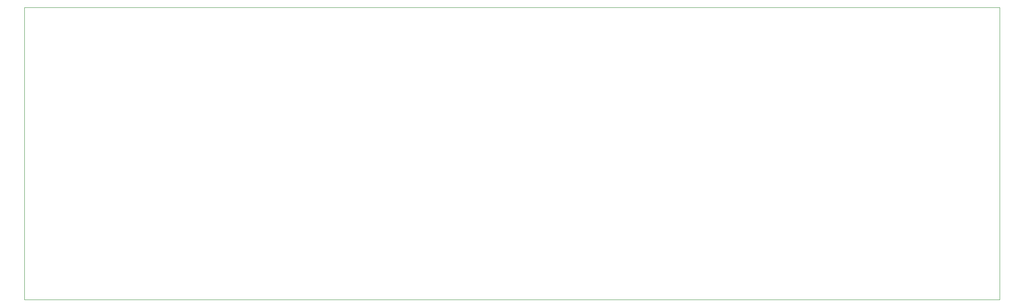
<source format=gbr>
%TF.GenerationSoftware,KiCad,Pcbnew,8.0.3*%
%TF.CreationDate,2024-07-13T20:38:16+02:00*%
%TF.ProjectId,Steuerplatine,53746575-6572-4706-9c61-74696e652e6b,rev?*%
%TF.SameCoordinates,Original*%
%TF.FileFunction,Profile,NP*%
%FSLAX46Y46*%
G04 Gerber Fmt 4.6, Leading zero omitted, Abs format (unit mm)*
G04 Created by KiCad (PCBNEW 8.0.3) date 2024-07-13 20:38:16*
%MOMM*%
%LPD*%
G01*
G04 APERTURE LIST*
%TA.AperFunction,Profile*%
%ADD10C,0.050000*%
%TD*%
G04 APERTURE END LIST*
D10*
X50000000Y-29900000D02*
X250000000Y-29900000D01*
X250000000Y-90000000D01*
X50000000Y-90000000D01*
X50000000Y-29900000D01*
M02*

</source>
